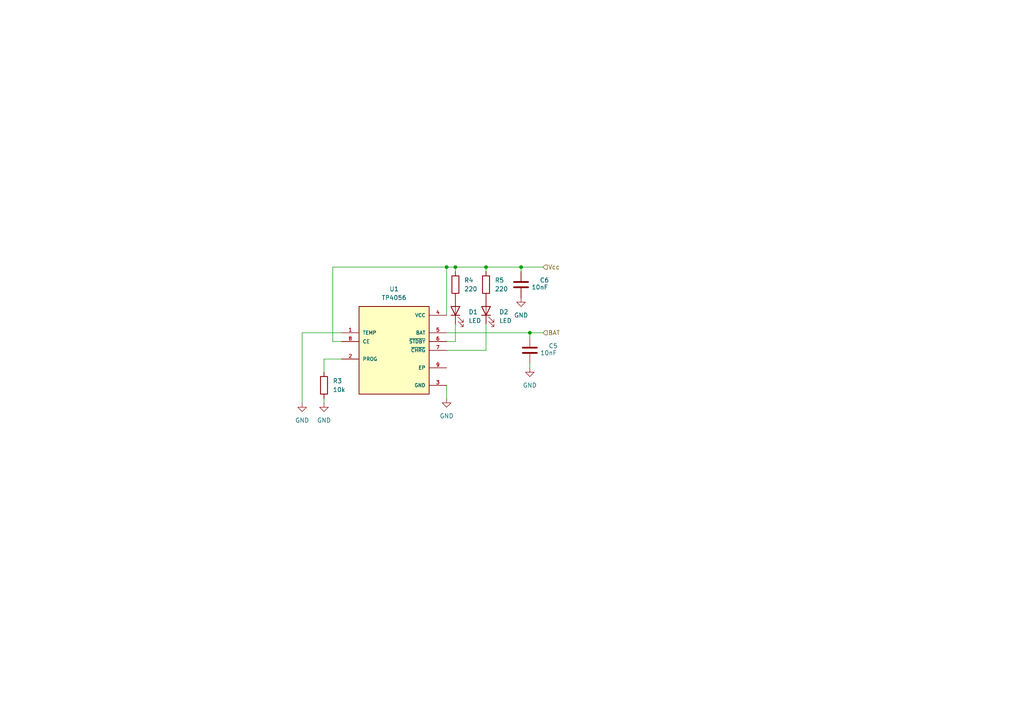
<source format=kicad_sch>
(kicad_sch (version 20250114) (generator "eeschema") (generator_version "9.0")
  (paper "A4")
  (lib_symbols
    (symbol "Device:C" (pin_numbers (hide yes)) (pin_names (offset 0.254))
      (property "Reference" "C" (at 0.635 2.54 0))
      (property "Value" "Device_C" (at 0.635 -2.54 0))
      (symbol "C_0_1"
        (polyline (pts (xy -2.032 0.762) (xy 2.032 0.762)) (stroke (width 0.508)))
        (polyline (pts (xy -2.032 -0.762) (xy 2.032 -0.762)) (stroke (width 0.508)))
      )
      (symbol "C_1_1"
        (pin passive line (at 0 3.81 270) (length 2.794) (name "~") (number "1"))
        (pin passive line (at 0 -3.81 90) (length 2.794) (name "~") (number "2"))
      )
    )
    (symbol "Device:LED" (pin_numbers (hide yes)) (pin_names (offset 1.016) (hide yes))
      (property "Reference" "D" (at 0 2.54 0))
      (property "Value" "LED" (at 0 -2.54 0))
      (symbol "LED_0_1"
        (polyline (pts (xy -3.048 -0.762) (xy -4.572 -2.286) (xy -3.81 -2.286) (xy -4.572 -2.286) (xy -4.572 -1.524)))
        (polyline (pts (xy -1.778 -0.762) (xy -3.302 -2.286) (xy -2.54 -2.286) (xy -3.302 -2.286) (xy -3.302 -1.524)))
        (polyline (pts (xy -1.27 0) (xy 1.27 0)))
        (polyline (pts (xy -1.27 -1.27) (xy -1.27 1.27)) (stroke (width 0.254)))
        (polyline (pts (xy 1.27 -1.27) (xy 1.27 1.27) (xy -1.27 0) (xy 1.27 -1.27)) (stroke (width 0.254)))
      )
      (symbol "LED_1_1"
        (pin passive line (at -3.81 0 0) (length 2.54) (name "K") (number "1"))
        (pin passive line (at 3.81 0 180) (length 2.54) (name "A") (number "2"))
      )
    )
    (symbol "Device:R" (pin_numbers (hide yes)) (pin_names (offset 0))
      (property "Reference" "R" (at 2.032 0 90))
      (property "Value" "R" (at 0 0 90))
      (symbol "R_0_1"
        (rectangle (start -1.016 -2.54) (end 1.016 2.54) (stroke (width 0.254)))
      )
      (symbol "R_1_1"
        (pin passive line (at 0 3.81 270) (length 1.27) (name "~") (number "1"))
        (pin passive line (at 0 -3.81 90) (length 1.27) (name "~") (number "2"))
      )
    )
    (symbol "lib:TP4056" (pin_names (offset 1.016))
      (property "Reference" "U" (at -10.16 13.208 0))
      (property "Value" "TP4056" (at -10.16 -15.24 0))
      (symbol "TP4056_0_0"
        (rectangle (start -10.16 -12.7) (end 10.16 12.7) (stroke (width 0.254)) (fill (type background)))
        (pin input line (at -15.24 5.08 0) (length 5.08) (name "TEMP") (number "1"))
        (pin input line (at -15.24 2.54 0) (length 5.08) (name "CE") (number "8"))
        (pin bidirectional line (at -15.24 -2.54 0) (length 5.08) (name "PROG") (number "2"))
        (pin power_in line (at 15.24 10.16 180) (length 5.08) (name "VCC") (number "4"))
        (pin output line (at 15.24 5.08 180) (length 5.08) (name "BAT") (number "5"))
        (pin output line (at 15.24 2.54 180) (length 5.08) (name "~{STDBY}") (number "6"))
        (pin output line (at 15.24 0 180) (length 5.08) (name "~{CHRG}") (number "7"))
        (pin passive line (at 15.24 -5.08 180) (length 5.08) (name "EP") (number "9"))
        (pin power_in line (at 15.24 -10.16 180) (length 5.08) (name "GND") (number "3"))
      )
    )
    (symbol "power:GND" (power) (pin_numbers (hide yes)) (pin_names (offset 0) (hide yes))
      (property "Value" "GND" (at 0 -3.81 0))
      (symbol "GND_0_1"
        (polyline (pts (xy 0 0) (xy 0 -1.27) (xy 1.27 -1.27) (xy 0 -2.54) (xy -1.27 -1.27) (xy 0 -1.27)))
      )
      (symbol "GND_1_1"
        (pin power_in line (at 0 0 270) (length 0) (name "~") (number "1"))
      )
    )
  )
  (junction (at 129.54 77.47))
  (junction (at 153.67 96.52))
  (junction (at 140.97 77.47))
  (junction (at 151.13 77.47))
  (junction (at 132.08 77.47))
  (wire (pts (xy 96.52 99.06) (xy 96.52 77.47)))
  (wire (pts (xy 129.54 111.76) (xy 129.54 115.57)))
  (wire (pts (xy 132.08 77.47) (xy 132.08 78.74)))
  (wire (pts (xy 140.97 77.47) (xy 151.13 77.47)))
  (wire (pts (xy 93.98 115.57) (xy 93.98 116.84)))
  (wire (pts (xy 129.54 101.6) (xy 140.97 101.6)))
  (wire (pts (xy 132.08 93.98) (xy 132.08 99.06)))
  (wire (pts (xy 153.67 97.79) (xy 153.67 96.52)))
  (wire (pts (xy 132.08 77.47) (xy 140.97 77.47)))
  (wire (pts (xy 140.97 101.6) (xy 140.97 93.98)))
  (wire (pts (xy 99.06 96.52) (xy 87.63 96.52)))
  (wire (pts (xy 129.54 77.47) (xy 132.08 77.47)))
  (wire (pts (xy 153.67 105.41) (xy 153.67 106.68)))
  (wire (pts (xy 87.63 96.52) (xy 87.63 116.84)))
  (wire (pts (xy 99.06 104.14) (xy 93.98 104.14)))
  (wire (pts (xy 93.98 104.14) (xy 93.98 107.95)))
  (wire (pts (xy 153.67 96.52) (xy 157.48 96.52)))
  (wire (pts (xy 99.06 99.06) (xy 96.52 99.06)))
  (wire (pts (xy 151.13 78.74) (xy 151.13 77.47)))
  (wire (pts (xy 151.13 77.47) (xy 157.48 77.47)))
  (wire (pts (xy 132.08 99.06) (xy 129.54 99.06)))
  (wire (pts (xy 96.52 77.47) (xy 129.54 77.47)))
  (wire (pts (xy 129.54 96.52) (xy 153.67 96.52)))
  (wire (pts (xy 140.97 77.47) (xy 140.97 78.74)))
  (wire (pts (xy 129.54 91.44) (xy 129.54 77.47)))
  (hierarchical_label "Vcc" (shape input) (at 157.48 77.47 0))
  (hierarchical_label "BAT" (shape input) (at 157.48 96.52 0))
  (symbol (lib_id "Device:R") (at 132.08 82.55 0) (unit 1)
    (property "Reference" "R4" (at 134.62 81.2799 0) (effects (justify left)))
    (property "Value" "220" (at 134.62 83.8199 0) (effects (justify left)))
    (property "Footprint" "Resistor_SMD:R_0201_0603Metric_Pad0.64x0.40mm_HandSolder" (effects (hide yes)))
    (property "Description" "Resistor" (effects (hide yes)))
  )
  (symbol (lib_id "power:GND") (at 87.63 116.84 0) (unit 1)
    (property "Reference" "#PWR027" (effects (hide yes)))
    (property "Value" "GND" (at 87.63 121.92 0))
    (property "Description" "Power symbol creates a global label with name \"GND\" , ground" (effects (hide yes)))
  )
  (symbol (lib_id "Device:R") (at 93.98 111.76 0) (unit 1)
    (property "Reference" "R3" (at 96.52 110.4899 0) (effects (justify left)))
    (property "Value" "10k" (at 96.52 113.0299 0) (effects (justify left)))
    (property "Footprint" "Resistor_SMD:R_0201_0603Metric_Pad0.64x0.40mm_HandSolder" (effects (hide yes)))
    (property "Description" "Resistor" (effects (hide yes)))
  )
  (symbol (lib_id "Device:C") (at 153.67 101.6 0) (mirror y) (unit 1)
    (property "Reference" "C5" (at 161.798 100.33 0) (effects (justify left)))
    (property "Value" "10nF" (at 161.544 102.362 0) (effects (justify left)))
    (property "Footprint" "Capacitor_SMD:C_0402_1005Metric" (effects (hide yes)))
  )
  (symbol (lib_id "Device:C") (at 151.13 82.55 0) (mirror y) (unit 1)
    (property "Reference" "C6" (at 159.258 81.28 0) (effects (justify left)))
    (property "Value" "10nF" (at 159.004 83.312 0) (effects (justify left)))
    (property "Footprint" "Capacitor_SMD:C_0402_1005Metric" (effects (hide yes)))
  )
  (symbol (lib_id "Device:LED") (at 140.97 90.17 90) (unit 1)
    (property "Reference" "D2" (at 144.78 90.4874 90) (effects (justify right)))
    (property "Value" "LED" (at 144.78 93.0274 90) (effects (justify right)))
    (property "Footprint" "LED_SMD:LED_0603_1608Metric_Pad1.05x0.95mm_HandSolder" (effects (hide yes)))
    (property "Description" "Light emitting diode" (effects (hide yes)))
  )
  (symbol (lib_id "Device:LED") (at 132.08 90.17 90) (unit 1)
    (property "Reference" "D1" (at 135.89 90.4874 90) (effects (justify right)))
    (property "Value" "LED" (at 135.89 93.0274 90) (effects (justify right)))
    (property "Footprint" "LED_SMD:LED_0603_1608Metric_Pad1.05x0.95mm_HandSolder" (effects (hide yes)))
    (property "Description" "Light emitting diode" (effects (hide yes)))
  )
  (symbol (lib_id "power:GND") (at 129.54 115.57 0) (unit 1)
    (property "Reference" "#PWR025" (effects (hide yes)))
    (property "Value" "GND" (at 129.54 120.65 0))
    (property "Description" "Power symbol creates a global label with name \"GND\" , ground" (effects (hide yes)))
  )
  (symbol (lib_id "power:GND") (at 93.98 116.84 0) (unit 1)
    (property "Reference" "#PWR024" (effects (hide yes)))
    (property "Value" "GND" (at 93.98 121.92 0))
    (property "Description" "Power symbol creates a global label with name \"GND\" , ground" (effects (hide yes)))
  )
  (symbol (lib_id "Device:R") (at 140.97 82.55 0) (unit 1)
    (property "Reference" "R5" (at 143.51 81.2799 0) (effects (justify left)))
    (property "Value" "220" (at 143.51 83.8199 0) (effects (justify left)))
    (property "Footprint" "Resistor_SMD:R_0201_0603Metric_Pad0.64x0.40mm_HandSolder" (effects (hide yes)))
    (property "Description" "Resistor" (effects (hide yes)))
  )
  (symbol (lib_id "power:GND") (at 153.67 106.68 0) (unit 1)
    (property "Reference" "#PWR026" (effects (hide yes)))
    (property "Value" "GND" (at 153.67 111.76 0))
    (property "Description" "Power symbol creates a global label with name \"GND\" , ground" (effects (hide yes)))
  )
  (symbol (lib_id "lib:TP4056") (at 114.3 101.6 0) (unit 1)
    (property "Reference" "U1" (at 114.3 83.82 0))
    (property "Value" "TP4056" (at 114.3 86.36 0))
    (property "Footprint" "lib:SOP127P600X175-9N" (effects (hide yes)))
    (property "MF" "NanJing Top Power ASIC Corp." (effects (hide yes)))
    (property "MAXIMUM_PACKAGE_HEIGHT" "1.75mm" (effects (hide yes)))
    (property "Package" "Package" (effects (hide yes)))
    (property "Price" "None" (effects (hide yes)))
    (property "Check_prices" "https://www.snapeda.com/parts/TP4056/NanJing+Top+Power+ASIC+Corp./view-part/?ref=eda" (effects (hide yes)))
    (property "STANDARD" "IPC 7351B" (effects (hide yes)))
    (property "SnapEDA_Link" "https://www.snapeda.com/parts/TP4056/NanJing+Top+Power+ASIC+Corp./view-part/?ref=snap" (effects (hide yes)))
    (property "MP" "TP4056" (effects (hide yes)))
    (property "Description_1" "Complete single cell Li-Ion battery with a constant current / constant voltage linear charger" (effects (hide yes)))
    (property "Availability" "Not in stock" (effects (hide yes)))
    (property "MANUFACTURER" "NanJing Top Power ASIC Corp." (effects (hide yes)))
  )
  (symbol (lib_id "power:GND") (at 151.13 86.36 0) (unit 1)
    (property "Reference" "#PWR028" (effects (hide yes)))
    (property "Value" "GND" (at 151.13 91.44 0))
    (property "Description" "Power symbol creates a global label with name \"GND\" , ground" (effects (hide yes)))
  )
)
</source>
